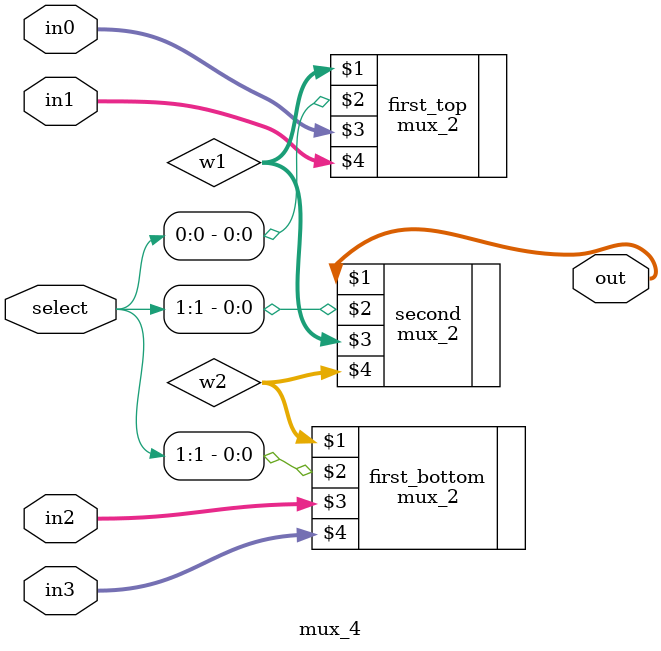
<source format=v>

module mux_4 (out, select, in0, in1, in2, in3);
    input [1:0] select;
    input [31:0] in0, in1, in2, in3;
    output [31:0] out;
    wire [31:0] w1, w2;
    mux_2 first_top(w1, select[0], in0, in1);
    mux_2 first_bottom(w2, select[1], in2, in3);
    mux_2 second(out, select[1], w1, w2);
endmodule
</source>
